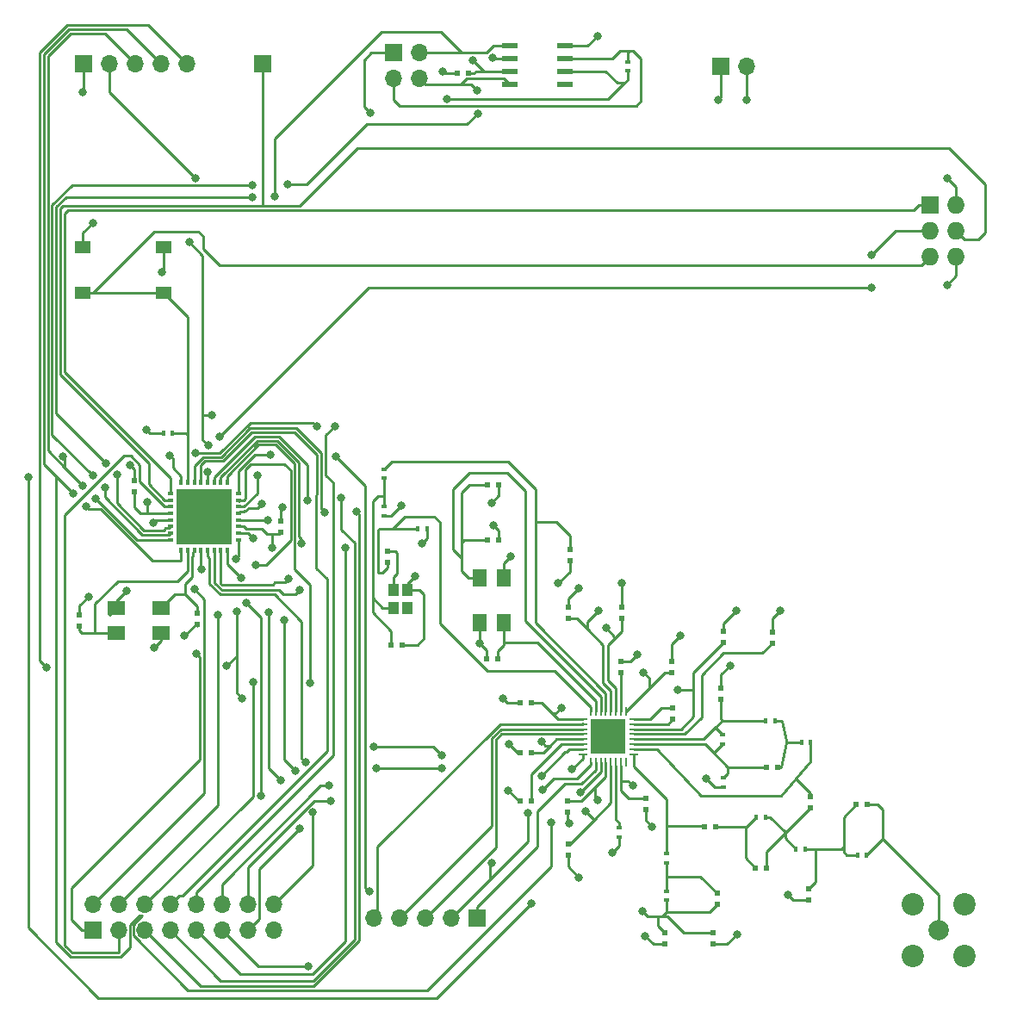
<source format=gtl>
G04 #@! TF.FileFunction,Copper,L1,Top,Signal*
%FSLAX46Y46*%
G04 Gerber Fmt 4.6, Leading zero omitted, Abs format (unit mm)*
G04 Created by KiCad (PCBNEW 4.0.6) date Monday, 03 July 2017 'AMt' 09:42:41*
%MOMM*%
%LPD*%
G01*
G04 APERTURE LIST*
%ADD10C,0.100000*%
%ADD11C,2.200000*%
%ADD12C,2.000000*%
%ADD13R,0.500000X0.600000*%
%ADD14R,0.600000X0.500000*%
%ADD15R,1.727200X1.727200*%
%ADD16O,1.727200X1.727200*%
%ADD17R,1.700000X1.700000*%
%ADD18O,1.700000X1.700000*%
%ADD19R,0.600000X0.400000*%
%ADD20R,0.400000X0.600000*%
%ADD21R,1.365000X1.365000*%
%ADD22R,1.550000X0.600000*%
%ADD23R,0.850000X0.280000*%
%ADD24R,0.280000X0.850000*%
%ADD25C,0.600000*%
%ADD26R,3.450000X3.450000*%
%ADD27R,1.000000X1.150000*%
%ADD28R,1.800860X1.399540*%
%ADD29R,1.399540X1.800860*%
%ADD30R,1.550000X1.300000*%
%ADD31C,0.800000*%
%ADD32C,0.250000*%
G04 APERTURE END LIST*
D10*
D11*
X216970000Y-140120000D03*
X216970000Y-135040000D03*
X222050000Y-135040000D03*
X222050000Y-140120000D03*
D12*
X219510000Y-137580000D03*
D13*
X135020000Y-106595000D03*
X135020000Y-107695000D03*
X146620000Y-107490000D03*
X146620000Y-106390000D03*
D14*
X172150000Y-53320000D03*
X173250000Y-53320000D03*
X165687500Y-109512500D03*
X166787500Y-109512500D03*
X179475000Y-115225000D03*
X178375000Y-115225000D03*
X179450000Y-120150000D03*
X178350000Y-120150000D03*
D13*
X165287500Y-101437500D03*
X165287500Y-100337500D03*
D14*
X179475000Y-124875000D03*
X178375000Y-124875000D03*
X175062500Y-110912500D03*
X176162500Y-110912500D03*
X176237500Y-99187500D03*
X175137500Y-99187500D03*
D13*
X183225000Y-101250000D03*
X183225000Y-100150000D03*
D14*
X176262500Y-93787500D03*
X175162500Y-93787500D03*
D13*
X183050000Y-126000000D03*
X183050000Y-124900000D03*
X183075000Y-105850000D03*
X183075000Y-106950000D03*
X188325000Y-105850000D03*
X188325000Y-106950000D03*
X183075000Y-130175000D03*
X183075000Y-129075000D03*
X188275000Y-111175000D03*
X188275000Y-112275000D03*
X190675000Y-125700000D03*
X190675000Y-124600000D03*
X193250000Y-111150000D03*
X193250000Y-112250000D03*
X193375000Y-116825000D03*
X193375000Y-115725000D03*
X192600000Y-137850000D03*
X192600000Y-138950000D03*
X198300000Y-108225000D03*
X198300000Y-109325000D03*
X203125000Y-109350000D03*
X203125000Y-108250000D03*
D14*
X196475000Y-127400000D03*
X197575000Y-127400000D03*
D13*
X197700000Y-133950000D03*
X197700000Y-135050000D03*
X197325000Y-137850000D03*
X197325000Y-138950000D03*
D14*
X201500000Y-131475000D03*
X202600000Y-131475000D03*
D13*
X198100000Y-113775000D03*
X198100000Y-114875000D03*
D14*
X203650000Y-121550000D03*
X202550000Y-121550000D03*
D13*
X206875000Y-124450000D03*
X206875000Y-125550000D03*
X206700000Y-133525000D03*
X206700000Y-134625000D03*
D14*
X211400000Y-125200000D03*
X212500000Y-125200000D03*
D13*
X140430000Y-93390000D03*
X140430000Y-94490000D03*
X154840000Y-97360000D03*
X154840000Y-98460000D03*
D15*
X218650000Y-66250000D03*
D16*
X221190000Y-66250000D03*
X218650000Y-68790000D03*
X221190000Y-68790000D03*
X218650000Y-71330000D03*
X221190000Y-71330000D03*
D17*
X153075000Y-52350000D03*
X136350000Y-137575000D03*
D18*
X136350000Y-135035000D03*
X138890000Y-137575000D03*
X138890000Y-135035000D03*
X141430000Y-137575000D03*
X141430000Y-135035000D03*
X143970000Y-137575000D03*
X143970000Y-135035000D03*
X146510000Y-137575000D03*
X146510000Y-135035000D03*
X149050000Y-137575000D03*
X149050000Y-135035000D03*
X151590000Y-137575000D03*
X151590000Y-135035000D03*
X154130000Y-137575000D03*
X154130000Y-135035000D03*
D19*
X192775000Y-130925000D03*
X192775000Y-130025000D03*
D20*
X201550000Y-126450000D03*
X202450000Y-126450000D03*
D19*
X198275000Y-118375000D03*
X198275000Y-119275000D03*
D20*
X203375000Y-116950000D03*
X202475000Y-116950000D03*
D19*
X198300000Y-122600000D03*
X198300000Y-123500000D03*
D20*
X205475000Y-129575000D03*
X206375000Y-129575000D03*
X206000000Y-119125000D03*
X206900000Y-119125000D03*
X211500000Y-130175000D03*
X212400000Y-130175000D03*
D17*
X165925000Y-51325000D03*
D18*
X168465000Y-51325000D03*
X165925000Y-53865000D03*
X168465000Y-53865000D03*
D17*
X135400000Y-52350000D03*
D18*
X137940000Y-52350000D03*
X140480000Y-52350000D03*
X143020000Y-52350000D03*
X145560000Y-52350000D03*
D17*
X174150000Y-136350000D03*
D18*
X171610000Y-136350000D03*
X169070000Y-136350000D03*
X166530000Y-136350000D03*
X163990000Y-136350000D03*
D19*
X188930000Y-53090000D03*
X188930000Y-52190000D03*
X164987500Y-96812500D03*
X164987500Y-95912500D03*
D20*
X168312500Y-98112500D03*
X169212500Y-98112500D03*
D19*
X164987500Y-93137500D03*
X164987500Y-92237500D03*
X188075000Y-127525000D03*
X188075000Y-128425000D03*
X192775000Y-133725000D03*
X192775000Y-134625000D03*
D20*
X143280000Y-88700000D03*
X144180000Y-88700000D03*
D19*
X143955000Y-94640000D03*
X143955000Y-95290000D03*
X143955000Y-95940000D03*
X143955000Y-96590000D03*
X143955000Y-97240000D03*
X143955000Y-97890000D03*
X143955000Y-98540000D03*
X143955000Y-99190000D03*
D20*
X145030000Y-100265000D03*
X145680000Y-100265000D03*
X146330000Y-100265000D03*
X146980000Y-100265000D03*
X147630000Y-100265000D03*
X148280000Y-100265000D03*
X148930000Y-100265000D03*
X149580000Y-100265000D03*
D19*
X150655000Y-99190000D03*
X150655000Y-98540000D03*
X150655000Y-97890000D03*
X150655000Y-97240000D03*
X150655000Y-96590000D03*
X150655000Y-95940000D03*
X150655000Y-95290000D03*
X150655000Y-94640000D03*
D20*
X149580000Y-93565000D03*
X148930000Y-93565000D03*
X148280000Y-93565000D03*
X147630000Y-93565000D03*
X146980000Y-93565000D03*
X146330000Y-93565000D03*
X145680000Y-93565000D03*
X145030000Y-93565000D03*
D21*
X149352500Y-98962500D03*
X149352500Y-97597500D03*
X149352500Y-96232500D03*
X149352500Y-94867500D03*
X147987500Y-98962500D03*
X147987500Y-97597500D03*
X147987500Y-96232500D03*
X147987500Y-94867500D03*
X146622500Y-98962500D03*
X146622500Y-97597500D03*
X146622500Y-96232500D03*
X146622500Y-94867500D03*
X145257500Y-98962500D03*
X145257500Y-97597500D03*
X145257500Y-96232500D03*
X145257500Y-94867500D03*
D22*
X177350000Y-50595000D03*
X177350000Y-51865000D03*
X177350000Y-53135000D03*
X177350000Y-54405000D03*
X182750000Y-54405000D03*
X182750000Y-53135000D03*
X182750000Y-51865000D03*
X182750000Y-50595000D03*
D23*
X184525000Y-116800000D03*
X184525000Y-117300000D03*
X184525000Y-117800000D03*
X184525000Y-118300000D03*
X184525000Y-118800000D03*
X184525000Y-119300000D03*
X184525000Y-119800000D03*
X184525000Y-120300000D03*
D24*
X185275000Y-121050000D03*
X185775000Y-121050000D03*
X186275000Y-121050000D03*
X186775000Y-121050000D03*
X187275000Y-121050000D03*
X187775000Y-121050000D03*
X188275000Y-121050000D03*
X188775000Y-121050000D03*
D23*
X189525000Y-120300000D03*
X189525000Y-119800000D03*
X189525000Y-119300000D03*
X189525000Y-118800000D03*
X189525000Y-118300000D03*
X189525000Y-117800000D03*
X189525000Y-117300000D03*
X189525000Y-116800000D03*
D24*
X188775000Y-116050000D03*
X188275000Y-116050000D03*
X187775000Y-116050000D03*
X187275000Y-116050000D03*
X186775000Y-116050000D03*
X186275000Y-116050000D03*
X185775000Y-116050000D03*
X185275000Y-116050000D03*
D25*
X185925000Y-117450000D03*
X185925000Y-118550000D03*
X185925000Y-119650000D03*
X187025000Y-117450000D03*
X187025000Y-118550000D03*
X187025000Y-119650000D03*
X188125000Y-117450000D03*
X188125000Y-118550000D03*
X188125000Y-119650000D03*
D26*
X187025000Y-118550000D03*
D27*
X167287500Y-105862500D03*
X167287500Y-104112500D03*
X165887500Y-104112500D03*
X165887500Y-105862500D03*
D28*
X143024640Y-105926120D03*
X138625360Y-105926120D03*
X138625360Y-108323880D03*
X143024640Y-108323880D03*
D29*
X176761380Y-107337140D03*
X176761380Y-102937860D03*
X174363620Y-102937860D03*
X174363620Y-107337140D03*
D17*
X198070000Y-52630000D03*
D18*
X200610000Y-52630000D03*
D30*
X135335000Y-70390000D03*
X143285000Y-70390000D03*
X135335000Y-74890000D03*
X143285000Y-74890000D03*
D31*
X142255240Y-97505520D03*
X153568400Y-97246440D03*
X154996656Y-95994288D03*
X220330000Y-74120000D03*
X135340000Y-55150000D03*
X177230000Y-119240000D03*
X145340000Y-108630000D03*
X135900000Y-104780000D03*
X139640000Y-104220000D03*
X142350000Y-109800000D03*
X139990000Y-91860000D03*
X143160000Y-72870000D03*
X136320000Y-68030000D03*
X183180000Y-127060000D03*
X177200000Y-123830000D03*
X176670000Y-114800000D03*
X189890000Y-110470000D03*
X175520000Y-95550000D03*
X175740000Y-97790000D03*
X177440000Y-100820000D03*
X168050000Y-102760000D03*
X168710000Y-99540000D03*
X175650000Y-51840000D03*
X170750000Y-53120000D03*
X185930000Y-49640000D03*
X200610000Y-55960000D03*
X204660000Y-134060000D03*
X199670000Y-137950000D03*
X190660000Y-138140000D03*
X191340000Y-127410000D03*
X196630000Y-122640000D03*
X187370000Y-129970000D03*
X184120000Y-132380000D03*
X182110000Y-103430000D03*
X184070000Y-103990000D03*
X188320000Y-103430000D03*
X198990000Y-111540000D03*
X194070000Y-108630000D03*
X199600000Y-106120000D03*
X203910000Y-106170000D03*
X174412500Y-109387500D03*
X152978721Y-95616366D03*
X220360000Y-63680000D03*
X141710000Y-95510000D03*
X141630000Y-88350000D03*
X190360000Y-135680000D03*
X180440000Y-119020000D03*
X184800000Y-125900000D03*
X186000000Y-124750000D03*
X189430000Y-123380000D03*
X182390000Y-115730000D03*
X186810000Y-107880000D03*
X193850000Y-113970000D03*
X190500000Y-112210000D03*
X186070000Y-106150000D03*
X166660000Y-95810000D03*
X153980000Y-100000000D03*
X173700000Y-52080000D03*
X197820000Y-55940000D03*
X212872320Y-74391520D03*
X212880000Y-71150000D03*
X148820000Y-89030000D03*
X147000000Y-102070000D03*
X146520000Y-110390000D03*
X150400000Y-101090000D03*
X152144730Y-99075240D03*
X146369588Y-104077601D03*
X152510490Y-92845889D03*
X148638318Y-106594474D03*
X159152789Y-96484734D03*
X162245511Y-96416804D03*
X157701148Y-113228345D03*
X152064996Y-113159611D03*
X157473841Y-95300054D03*
X160780726Y-95029111D03*
X161159310Y-99980335D03*
X156880000Y-99590000D03*
X143889241Y-90884508D03*
X160136603Y-88023411D03*
X158360125Y-88063785D03*
X146470000Y-90630000D03*
X163504878Y-133786880D03*
X153804146Y-90814859D03*
X160257727Y-90970751D03*
X157560000Y-141110000D03*
X157266457Y-121096627D03*
X159550000Y-123380000D03*
X152400000Y-101660959D03*
X151390000Y-105391385D03*
X152840000Y-124340000D03*
X156700000Y-127560000D03*
X159707580Y-124899420D03*
X155127962Y-107083859D03*
X156659580Y-104150158D03*
X156220000Y-121870000D03*
X153627882Y-106287892D03*
X155539440Y-103052880D03*
X157970000Y-125990000D03*
X154850000Y-122840000D03*
X163600000Y-57180000D03*
X171180000Y-55840000D03*
X154250000Y-65410000D03*
X152030000Y-65480000D03*
X137660000Y-91710000D03*
X138710000Y-92760000D03*
X174155100Y-55046880D03*
X174180000Y-57270000D03*
X155460000Y-64270000D03*
X152000000Y-64340000D03*
X136320000Y-92840000D03*
X137520000Y-94060000D03*
X163941582Y-119545023D03*
X148030000Y-86930000D03*
X170610000Y-120340000D03*
X183430000Y-121770000D03*
X145846421Y-69935165D03*
X147655239Y-92483652D03*
X147680000Y-89930000D03*
X146430000Y-63660000D03*
X133390000Y-90970000D03*
X129980000Y-93040000D03*
X179430000Y-134950000D03*
X175520000Y-130980000D03*
X136610000Y-95110000D03*
X135330000Y-93840000D03*
X179140000Y-126010000D03*
X180560000Y-123760000D03*
X180450000Y-122380000D03*
X181400000Y-126970000D03*
X135640000Y-95870000D03*
X134390000Y-94640000D03*
X150906480Y-102900482D03*
X151033993Y-114809217D03*
X149510000Y-111600000D03*
X131810000Y-111720000D03*
X184240000Y-123990000D03*
X170610000Y-121650000D03*
X164220000Y-121650000D03*
X150460886Y-106209778D03*
D32*
X142520760Y-97240000D02*
X142255240Y-97505520D01*
X143955000Y-97240000D02*
X142520760Y-97240000D01*
X153561960Y-97240000D02*
X153568400Y-97246440D01*
X150655000Y-97240000D02*
X153561960Y-97240000D01*
X154840000Y-97360000D02*
X154840000Y-96150944D01*
X154840000Y-96150944D02*
X154996656Y-95994288D01*
X221190000Y-71330000D02*
X221190000Y-73260000D01*
X221190000Y-73260000D02*
X220330000Y-74120000D01*
X135400000Y-52350000D02*
X135400000Y-55090000D01*
X135400000Y-55090000D02*
X135340000Y-55150000D01*
X178350000Y-120150000D02*
X178140000Y-120150000D01*
X178140000Y-120150000D02*
X177230000Y-119240000D01*
X146620000Y-107490000D02*
X146480000Y-107490000D01*
X146480000Y-107490000D02*
X145340000Y-108630000D01*
X135020000Y-106595000D02*
X135020000Y-105660000D01*
X135020000Y-105660000D02*
X135900000Y-104780000D01*
X138625360Y-105926120D02*
X138625360Y-105234640D01*
X138625360Y-105234640D02*
X139640000Y-104220000D01*
X143024640Y-108323880D02*
X143024640Y-109125360D01*
X143024640Y-109125360D02*
X142350000Y-109800000D01*
X140430000Y-93390000D02*
X140430000Y-92300000D01*
X140430000Y-92300000D02*
X139990000Y-91860000D01*
X143285000Y-70390000D02*
X143285000Y-72745000D01*
X143285000Y-72745000D02*
X143160000Y-72870000D01*
X135335000Y-70390000D02*
X135335000Y-69015000D01*
X135335000Y-69015000D02*
X136320000Y-68030000D01*
X183050000Y-126000000D02*
X183050000Y-126930000D01*
X183050000Y-126930000D02*
X183180000Y-127060000D01*
X178375000Y-124875000D02*
X178245000Y-124875000D01*
X178245000Y-124875000D02*
X177200000Y-123830000D01*
X178375000Y-115225000D02*
X177095000Y-115225000D01*
X177095000Y-115225000D02*
X176670000Y-114800000D01*
X188275000Y-111175000D02*
X189185000Y-111175000D01*
X189185000Y-111175000D02*
X189890000Y-110470000D01*
X176262500Y-93787500D02*
X176262500Y-94807500D01*
X176262500Y-94807500D02*
X175520000Y-95550000D01*
X176237500Y-99187500D02*
X176237500Y-98287500D01*
X176237500Y-98287500D02*
X175740000Y-97790000D01*
X176761380Y-102937860D02*
X176761380Y-101498620D01*
X176761380Y-101498620D02*
X177440000Y-100820000D01*
X167287500Y-104112500D02*
X167287500Y-103522500D01*
X167287500Y-103522500D02*
X168050000Y-102760000D01*
X169212500Y-98112500D02*
X169212500Y-99037500D01*
X169212500Y-99037500D02*
X168710000Y-99540000D01*
X177350000Y-51865000D02*
X175675000Y-51865000D01*
X175675000Y-51865000D02*
X175650000Y-51840000D01*
X172150000Y-53320000D02*
X170950000Y-53320000D01*
X170950000Y-53320000D02*
X170750000Y-53120000D01*
X182750000Y-50595000D02*
X184975000Y-50595000D01*
X184975000Y-50595000D02*
X185930000Y-49640000D01*
X200610000Y-52630000D02*
X200610000Y-55960000D01*
X205225000Y-134625000D02*
X204660000Y-134060000D01*
X206700000Y-134625000D02*
X205225000Y-134625000D01*
X197325000Y-138950000D02*
X198670000Y-138950000D01*
X198670000Y-138950000D02*
X199670000Y-137950000D01*
X192600000Y-138950000D02*
X191470000Y-138950000D01*
X191470000Y-138950000D02*
X190660000Y-138140000D01*
X190675000Y-125700000D02*
X190675000Y-126745000D01*
X190675000Y-126745000D02*
X191340000Y-127410000D01*
X198300000Y-123500000D02*
X197490000Y-123500000D01*
X197490000Y-123500000D02*
X196630000Y-122640000D01*
X188075000Y-128425000D02*
X188075000Y-129265000D01*
X188075000Y-129265000D02*
X187370000Y-129970000D01*
X183075000Y-130175000D02*
X183075000Y-131335000D01*
X183075000Y-131335000D02*
X184120000Y-132380000D01*
X183225000Y-101250000D02*
X183225000Y-102315000D01*
X183225000Y-102315000D02*
X182110000Y-103430000D01*
X183075000Y-105850000D02*
X183075000Y-104985000D01*
X183075000Y-104985000D02*
X184070000Y-103990000D01*
X188325000Y-105850000D02*
X188325000Y-103435000D01*
X188325000Y-103435000D02*
X188320000Y-103430000D01*
X198100000Y-113775000D02*
X198100000Y-112430000D01*
X198100000Y-112430000D02*
X198990000Y-111540000D01*
X193250000Y-111150000D02*
X193250000Y-109450000D01*
X193250000Y-109450000D02*
X194070000Y-108630000D01*
X198300000Y-108225000D02*
X198300000Y-107420000D01*
X198300000Y-107420000D02*
X199600000Y-106120000D01*
X203125000Y-108250000D02*
X203125000Y-106955000D01*
X203125000Y-106955000D02*
X203910000Y-106170000D01*
X146620000Y-107490000D02*
X146620000Y-107715000D01*
X168437500Y-104112500D02*
X168887500Y-104562500D01*
X167287500Y-104112500D02*
X168437500Y-104112500D01*
X168262500Y-109512500D02*
X166787500Y-109512500D01*
X168887500Y-108887500D02*
X168262500Y-109512500D01*
X168887500Y-104562500D02*
X168887500Y-108887500D01*
X174412500Y-107386020D02*
X174412500Y-109387500D01*
X175062500Y-110037500D02*
X174412500Y-109387500D01*
X175062500Y-110037500D02*
X175062500Y-110912500D01*
X174412500Y-107386020D02*
X174363620Y-107337140D01*
X137976480Y-106575000D02*
X138625360Y-105926120D01*
X176347500Y-93872500D02*
X176262500Y-93787500D01*
X176322500Y-99187500D02*
X176237500Y-99187500D01*
X136560000Y-108323880D02*
X136560000Y-105510000D01*
X145680000Y-102260000D02*
X145680000Y-100265000D01*
X144670000Y-103270000D02*
X145680000Y-102260000D01*
X138800000Y-103270000D02*
X144670000Y-103270000D01*
X136560000Y-105510000D02*
X138800000Y-103270000D01*
X136560000Y-108323880D02*
X138625360Y-108323880D01*
X135273880Y-108323880D02*
X136560000Y-108323880D01*
X135020000Y-107695000D02*
X135020000Y-108070000D01*
X135020000Y-108070000D02*
X135273880Y-108323880D01*
X145400000Y-104545000D02*
X145400000Y-103550000D01*
X146110960Y-100829042D02*
X146155001Y-100785001D01*
X145400000Y-103550000D02*
X146110960Y-102839040D01*
X146110960Y-102839040D02*
X146110960Y-100829042D01*
X146155001Y-100785001D02*
X146155001Y-100439999D01*
X146155001Y-100439999D02*
X146330000Y-100265000D01*
X146620000Y-106390000D02*
X146642919Y-106367081D01*
X146642919Y-106367081D02*
X146642919Y-105767919D01*
X145420000Y-104545000D02*
X145400000Y-104545000D01*
X145400000Y-104545000D02*
X144405760Y-104545000D01*
X146642919Y-105767919D02*
X145420000Y-104545000D01*
X144405760Y-104545000D02*
X143024640Y-105926120D01*
X150655000Y-97890000D02*
X151205000Y-97890000D01*
X151205000Y-97890000D02*
X151445360Y-98130360D01*
X151445360Y-98130360D02*
X152953720Y-98130360D01*
X152953720Y-98130360D02*
X153473360Y-98650000D01*
X153473360Y-98650000D02*
X153980000Y-98650000D01*
X150655000Y-96590000D02*
X150829999Y-96415001D01*
X150829999Y-96415001D02*
X151175001Y-96415001D01*
X152678722Y-95916365D02*
X152978721Y-95616366D01*
X151175001Y-96415001D02*
X151230001Y-96360001D01*
X151665498Y-96045200D02*
X152549887Y-96045200D01*
X151230001Y-96360001D02*
X151230001Y-96340010D01*
X151230001Y-96340010D02*
X151370689Y-96340010D01*
X151370689Y-96340010D02*
X151665498Y-96045200D01*
X152549887Y-96045200D02*
X152678722Y-95916365D01*
X221190000Y-66250000D02*
X221190000Y-64510000D01*
X221190000Y-64510000D02*
X220360000Y-63680000D01*
X141730000Y-96590000D02*
X141730000Y-95530000D01*
X141730000Y-95530000D02*
X141710000Y-95510000D01*
X143280000Y-88700000D02*
X141980000Y-88700000D01*
X141980000Y-88700000D02*
X141630000Y-88350000D01*
X191900000Y-136225000D02*
X190905000Y-136225000D01*
X190905000Y-136225000D02*
X190360000Y-135680000D01*
X181330000Y-119420000D02*
X180840000Y-119420000D01*
X180840000Y-119420000D02*
X180440000Y-119020000D01*
X185610000Y-126740000D02*
X185610000Y-126710000D01*
X185610000Y-126710000D02*
X184800000Y-125900000D01*
X185705000Y-123545000D02*
X185705000Y-124455000D01*
X185705000Y-124455000D02*
X186000000Y-124750000D01*
X188275000Y-122880000D02*
X188930000Y-122880000D01*
X188930000Y-122880000D02*
X189430000Y-123380000D01*
X181520000Y-116270000D02*
X181850000Y-116270000D01*
X181850000Y-116270000D02*
X182390000Y-115730000D01*
X187615000Y-108935000D02*
X187615000Y-108685000D01*
X187615000Y-108685000D02*
X186810000Y-107880000D01*
X195400000Y-113970000D02*
X193850000Y-113970000D01*
X191027500Y-113797500D02*
X191027500Y-112737500D01*
X191027500Y-112737500D02*
X190500000Y-112210000D01*
X184935000Y-107935000D02*
X184935000Y-107285000D01*
X184935000Y-107285000D02*
X186070000Y-106150000D01*
X164987500Y-96812500D02*
X165657500Y-96812500D01*
X165657500Y-96812500D02*
X166660000Y-95810000D01*
X153980000Y-98650000D02*
X153980000Y-100000000D01*
X153980000Y-98650000D02*
X154675294Y-98650000D01*
X154675294Y-98650000D02*
X154865294Y-98460000D01*
X154865294Y-98460000D02*
X154840000Y-98460000D01*
X174910000Y-53135000D02*
X174755000Y-53135000D01*
X174755000Y-53135000D02*
X173700000Y-52080000D01*
X198070000Y-52630000D02*
X198070000Y-55690000D01*
X198070000Y-55690000D02*
X197820000Y-55940000D01*
X173250000Y-53320000D02*
X173810000Y-53320000D01*
X173995000Y-53135000D02*
X174910000Y-53135000D01*
X174910000Y-53135000D02*
X177350000Y-53135000D01*
X173810000Y-53320000D02*
X173995000Y-53135000D01*
X140430000Y-94490000D02*
X140430000Y-95965000D01*
X140430000Y-95965000D02*
X141055000Y-96590000D01*
X143955000Y-96590000D02*
X141730000Y-96590000D01*
X141730000Y-96590000D02*
X141055000Y-96590000D01*
X176875000Y-53135000D02*
X177350000Y-53135000D01*
X189525000Y-117800000D02*
X194175000Y-117800000D01*
X195400000Y-112225000D02*
X198300000Y-109325000D01*
X195400000Y-116575000D02*
X195400000Y-113970000D01*
X195400000Y-113970000D02*
X195400000Y-112225000D01*
X194175000Y-117800000D02*
X195400000Y-116575000D01*
X197325000Y-137850000D02*
X194475000Y-137850000D01*
X192850000Y-136225000D02*
X192350000Y-136225000D01*
X194475000Y-137850000D02*
X192850000Y-136225000D01*
X191900000Y-136225000D02*
X191900000Y-137150000D01*
X191900000Y-137150000D02*
X192600000Y-137850000D01*
X192775000Y-135800000D02*
X196950000Y-135800000D01*
X196950000Y-135800000D02*
X197700000Y-135050000D01*
X192775000Y-134625000D02*
X192775000Y-135800000D01*
X192350000Y-136225000D02*
X191900000Y-136225000D01*
X192775000Y-135800000D02*
X192350000Y-136225000D01*
X186775000Y-121050000D02*
X186775000Y-122475000D01*
X184350000Y-124900000D02*
X185705000Y-123545000D01*
X185705000Y-123545000D02*
X186775000Y-122475000D01*
X190675000Y-124600000D02*
X189050000Y-124600000D01*
X189050000Y-124600000D02*
X188275000Y-123825000D01*
X188275000Y-121400000D02*
X188275000Y-122880000D01*
X188275000Y-122880000D02*
X188275000Y-123825000D01*
X183075000Y-106950000D02*
X183950000Y-106950000D01*
X188325000Y-108225000D02*
X187615000Y-108935000D01*
X187615000Y-108935000D02*
X187000000Y-109550000D01*
X183075000Y-129075000D02*
X183275000Y-129075000D01*
X183275000Y-129075000D02*
X185610000Y-126740000D01*
X185610000Y-126740000D02*
X187275000Y-125075000D01*
X187275000Y-125075000D02*
X187275000Y-121400000D01*
X183050000Y-124900000D02*
X184350000Y-124900000D01*
X179475000Y-115225000D02*
X180475000Y-115225000D01*
X180475000Y-115225000D02*
X181520000Y-116270000D01*
X181520000Y-116270000D02*
X182050000Y-116800000D01*
X179450000Y-120150000D02*
X180600000Y-120150000D01*
X180600000Y-120150000D02*
X181330000Y-119420000D01*
X181330000Y-119420000D02*
X181950000Y-118800000D01*
X184525000Y-116800000D02*
X182050000Y-116800000D01*
X181950000Y-118800000D02*
X184525000Y-118800000D01*
X183950000Y-106950000D02*
X184935000Y-107935000D01*
X184935000Y-107935000D02*
X186500000Y-109500000D01*
X187275000Y-114050000D02*
X187275000Y-116050000D01*
X186500000Y-109500000D02*
X186500000Y-113275000D01*
X186500000Y-113275000D02*
X187275000Y-114050000D01*
X188325000Y-106950000D02*
X188325000Y-108225000D01*
X187775000Y-113800000D02*
X187775000Y-116050000D01*
X187000000Y-113025000D02*
X187775000Y-113800000D01*
X187000000Y-109550000D02*
X187000000Y-113025000D01*
X193250000Y-112250000D02*
X192575000Y-112250000D01*
X192575000Y-112250000D02*
X191027500Y-113797500D01*
X191027500Y-113797500D02*
X188775000Y-116050000D01*
X165687500Y-109512500D02*
X165687500Y-108162500D01*
X163837500Y-106312500D02*
X163837500Y-104862500D01*
X165687500Y-108162500D02*
X163837500Y-106312500D01*
X165887500Y-105862500D02*
X164837500Y-105862500D01*
X164412500Y-94862500D02*
X164987500Y-94862500D01*
X163837500Y-95437500D02*
X164412500Y-94862500D01*
X163837500Y-104862500D02*
X163837500Y-95437500D01*
X164837500Y-105862500D02*
X163837500Y-104862500D01*
X164987500Y-95912500D02*
X164987500Y-94862500D01*
X164987500Y-94862500D02*
X164987500Y-93137500D01*
X185275000Y-116050000D02*
X185275000Y-115600000D01*
X167000000Y-96900000D02*
X165787500Y-98112500D01*
X169925000Y-96900000D02*
X167000000Y-96900000D01*
X170475000Y-97450000D02*
X169925000Y-96900000D01*
X170475000Y-107400000D02*
X170475000Y-97450000D01*
X175125000Y-112050000D02*
X170475000Y-107400000D01*
X181725000Y-112050000D02*
X175125000Y-112050000D01*
X185275000Y-115600000D02*
X181725000Y-112050000D01*
X165287500Y-101437500D02*
X165287500Y-101962500D01*
X164537500Y-98112500D02*
X165787500Y-98112500D01*
X165787500Y-98112500D02*
X168312500Y-98112500D01*
X164412500Y-98237500D02*
X164537500Y-98112500D01*
X164412500Y-102462500D02*
X164412500Y-98237500D01*
X164787500Y-102462500D02*
X164412500Y-102462500D01*
X165287500Y-101962500D02*
X164787500Y-102462500D01*
X165887500Y-104112500D02*
X165887500Y-102887500D01*
X166062500Y-100337500D02*
X165287500Y-100337500D01*
X166237500Y-100512500D02*
X166062500Y-100337500D01*
X166237500Y-102537500D02*
X166237500Y-100512500D01*
X165887500Y-102887500D02*
X166237500Y-102537500D01*
X179475000Y-124875000D02*
X179475000Y-122250000D01*
X182425000Y-119300000D02*
X184525000Y-119300000D01*
X179475000Y-122250000D02*
X182425000Y-119300000D01*
X185775000Y-116050000D02*
X185775000Y-115050000D01*
X180050000Y-109325000D02*
X176761380Y-109325000D01*
X185775000Y-115050000D02*
X180050000Y-109325000D01*
X176162500Y-110912500D02*
X176162500Y-110162500D01*
X176761380Y-109563620D02*
X176761380Y-109325000D01*
X176761380Y-109325000D02*
X176761380Y-107337140D01*
X176162500Y-110162500D02*
X176761380Y-109563620D01*
X186275000Y-116050000D02*
X186275000Y-114625000D01*
X171775000Y-100125000D02*
X172612500Y-100962500D01*
X171775000Y-94200000D02*
X171775000Y-100125000D01*
X173375000Y-92600000D02*
X171775000Y-94200000D01*
X177050000Y-92600000D02*
X173375000Y-92600000D01*
X178825000Y-94375000D02*
X177050000Y-92600000D01*
X178825000Y-107175000D02*
X178825000Y-94375000D01*
X186275000Y-114625000D02*
X178825000Y-107175000D01*
X175137500Y-99187500D02*
X172887500Y-99187500D01*
X172887500Y-99187500D02*
X172612500Y-99462500D01*
X174363620Y-102937860D02*
X173287860Y-102937860D01*
X173362500Y-93787500D02*
X175162500Y-93787500D01*
X172612500Y-94537500D02*
X173362500Y-93787500D01*
X172612500Y-102262500D02*
X172612500Y-100962500D01*
X172612500Y-100962500D02*
X172612500Y-99462500D01*
X172612500Y-99462500D02*
X172612500Y-94537500D01*
X173287860Y-102937860D02*
X172612500Y-102262500D01*
X179875000Y-97400000D02*
X181875000Y-97400000D01*
X183225000Y-98750000D02*
X183225000Y-100150000D01*
X181875000Y-97400000D02*
X183225000Y-98750000D01*
X186775000Y-116050000D02*
X186775000Y-114250000D01*
X165750000Y-91475000D02*
X164987500Y-92237500D01*
X177175000Y-91475000D02*
X165750000Y-91475000D01*
X179875000Y-94175000D02*
X177175000Y-91475000D01*
X179875000Y-107350000D02*
X179875000Y-97400000D01*
X179875000Y-97400000D02*
X179875000Y-94175000D01*
X186775000Y-114250000D02*
X179875000Y-107350000D01*
X188275000Y-112275000D02*
X188275000Y-116050000D01*
X189525000Y-117300000D02*
X192900000Y-117300000D01*
X192900000Y-117300000D02*
X193375000Y-116825000D01*
X193275000Y-116925000D02*
X193375000Y-116825000D01*
X189525000Y-116800000D02*
X191150000Y-116800000D01*
X192225000Y-115725000D02*
X193375000Y-115725000D01*
X191150000Y-116800000D02*
X192225000Y-115725000D01*
X189525000Y-118300000D02*
X194550000Y-118300000D01*
X202175000Y-110300000D02*
X203125000Y-109350000D01*
X198375000Y-110300000D02*
X202175000Y-110300000D01*
X196200000Y-112475000D02*
X198375000Y-110300000D01*
X196200000Y-116650000D02*
X196200000Y-112475000D01*
X194550000Y-118300000D02*
X196200000Y-116650000D01*
X192775000Y-127350000D02*
X196425000Y-127350000D01*
X196425000Y-127350000D02*
X196475000Y-127400000D01*
X189525000Y-120300000D02*
X189525000Y-121450000D01*
X192775000Y-124700000D02*
X192775000Y-127350000D01*
X192775000Y-127350000D02*
X192775000Y-130025000D01*
X189525000Y-121450000D02*
X192775000Y-124700000D01*
X200500000Y-127400000D02*
X200500000Y-130475000D01*
X200500000Y-130475000D02*
X201500000Y-131475000D01*
X197575000Y-127400000D02*
X200500000Y-127400000D01*
X200500000Y-127400000D02*
X200600000Y-127400000D01*
X200600000Y-127400000D02*
X201550000Y-126450000D01*
X192775000Y-132325000D02*
X196075000Y-132325000D01*
X196075000Y-132325000D02*
X197700000Y-133950000D01*
X192775000Y-130925000D02*
X192775000Y-132325000D01*
X192775000Y-132325000D02*
X192775000Y-133725000D01*
X204400000Y-127950000D02*
X204400000Y-128500000D01*
X204400000Y-128500000D02*
X205475000Y-129575000D01*
X202450000Y-126450000D02*
X202900000Y-126450000D01*
X202900000Y-126450000D02*
X204400000Y-127950000D01*
X204400000Y-127950000D02*
X204437500Y-127987500D01*
X202600000Y-131475000D02*
X202600000Y-129825000D01*
X202600000Y-129825000D02*
X204437500Y-127987500D01*
X204437500Y-127987500D02*
X206875000Y-125550000D01*
X198100000Y-114875000D02*
X198100000Y-116800000D01*
X198100000Y-116800000D02*
X198250000Y-116950000D01*
X197575000Y-117625000D02*
X197575000Y-117675000D01*
X197575000Y-117675000D02*
X198275000Y-118375000D01*
X189525000Y-118800000D02*
X196400000Y-118800000D01*
X198250000Y-116950000D02*
X202475000Y-116950000D01*
X196400000Y-118800000D02*
X197575000Y-117625000D01*
X197575000Y-117625000D02*
X198250000Y-116950000D01*
X204525000Y-119100000D02*
X205975000Y-119100000D01*
X205975000Y-119100000D02*
X206000000Y-119125000D01*
X203650000Y-121550000D02*
X204000000Y-121550000D01*
X204050000Y-116950000D02*
X203375000Y-116950000D01*
X204525000Y-118950000D02*
X204050000Y-116950000D01*
X204525000Y-119100000D02*
X204525000Y-118950000D01*
X204000000Y-121550000D02*
X204525000Y-119100000D01*
X198775000Y-121550000D02*
X198775000Y-122125000D01*
X198775000Y-122125000D02*
X198300000Y-122600000D01*
X198275000Y-119275000D02*
X198250000Y-119275000D01*
X198250000Y-119275000D02*
X197375000Y-120150000D01*
X189525000Y-119300000D02*
X196525000Y-119300000D01*
X198775000Y-121550000D02*
X202550000Y-121550000D01*
X196525000Y-119300000D02*
X197375000Y-120150000D01*
X197375000Y-120150000D02*
X198775000Y-121550000D01*
X206875000Y-124450000D02*
X206875000Y-124125000D01*
X206875000Y-124125000D02*
X205444223Y-122694223D01*
X206900000Y-119125000D02*
X206900000Y-121000000D01*
X191825000Y-119800000D02*
X189525000Y-119800000D01*
X196125000Y-124375000D02*
X191825000Y-119800000D01*
X204000000Y-124375000D02*
X196125000Y-124375000D01*
X206900000Y-121000000D02*
X205444223Y-122694223D01*
X205444223Y-122694223D02*
X204000000Y-124375000D01*
X207400000Y-129575000D02*
X207400000Y-132825000D01*
X207400000Y-132825000D02*
X206700000Y-133525000D01*
X206375000Y-129575000D02*
X207400000Y-129575000D01*
X207400000Y-129575000D02*
X209925000Y-129575000D01*
X209925000Y-129575000D02*
X210150000Y-129350000D01*
X211500000Y-130175000D02*
X210475000Y-130175000D01*
X210150000Y-126450000D02*
X211400000Y-125200000D01*
X210150000Y-129850000D02*
X210150000Y-129350000D01*
X210150000Y-129350000D02*
X210150000Y-126450000D01*
X210475000Y-130175000D02*
X210150000Y-129850000D01*
X211315000Y-130175000D02*
X211500000Y-130175000D01*
X211400000Y-130275000D02*
X211500000Y-130175000D01*
X219510000Y-137580000D02*
X219510000Y-134085000D01*
X219510000Y-134085000D02*
X214000000Y-128575000D01*
X212500000Y-125200000D02*
X213450000Y-125200000D01*
X214000000Y-128575000D02*
X212400000Y-130175000D01*
X214000000Y-125750000D02*
X214000000Y-128575000D01*
X213450000Y-125200000D02*
X214000000Y-125750000D01*
X212400000Y-125100000D02*
X212500000Y-125200000D01*
X133881912Y-66751188D02*
X217035212Y-66751188D01*
X143955000Y-94640000D02*
X143955000Y-93087286D01*
X217035212Y-66751188D02*
X217536400Y-66250000D01*
X217536400Y-66250000D02*
X218650000Y-66250000D01*
X133533055Y-67100045D02*
X133881912Y-66751188D01*
X143955000Y-93087286D02*
X133533055Y-82665341D01*
X133533055Y-82665341D02*
X133533055Y-67100045D01*
X143955000Y-94640000D02*
X143855001Y-94640000D01*
X163458480Y-74391520D02*
X212872320Y-74391520D01*
X148820000Y-89030000D02*
X163458480Y-74391520D01*
X212880000Y-71150000D02*
X215240000Y-68790000D01*
X215240000Y-68790000D02*
X218650000Y-68790000D01*
X146980000Y-100265000D02*
X146980000Y-102050000D01*
X146980000Y-102050000D02*
X147000000Y-102070000D01*
X143405000Y-95290000D02*
X143955000Y-95290000D01*
X153010000Y-66351177D02*
X133416549Y-66351177D01*
X133416549Y-66351177D02*
X133133044Y-66634682D01*
X133133044Y-66634682D02*
X133133044Y-82942850D01*
X141850000Y-91659806D02*
X141850000Y-93735000D01*
X141850000Y-93735000D02*
X143405000Y-95290000D01*
X133133044Y-82942850D02*
X141850000Y-91659806D01*
X156693823Y-66351177D02*
X153010000Y-66351177D01*
X153075000Y-66286177D02*
X153010000Y-66351177D01*
X153075000Y-52350000D02*
X153075000Y-66286177D01*
X162340000Y-60705000D02*
X156693823Y-66351177D01*
X224100000Y-68947198D02*
X224100000Y-64250000D01*
X220555000Y-60705000D02*
X224100000Y-64250000D01*
X162340000Y-60705000D02*
X220555000Y-60705000D01*
X223393599Y-69653599D02*
X224100000Y-68947198D01*
X221190000Y-68790000D02*
X222053599Y-69653599D01*
X222053599Y-69653599D02*
X223393599Y-69653599D01*
X143285000Y-74890000D02*
X135335000Y-74890000D01*
X135335000Y-74890000D02*
X136360000Y-74890000D01*
X217786401Y-72193599D02*
X218650000Y-71330000D01*
X148811863Y-72193599D02*
X217786401Y-72193599D01*
X147180620Y-70562356D02*
X148811863Y-72193599D01*
X147180620Y-69363934D02*
X147180620Y-70562356D01*
X146707115Y-68890429D02*
X147180620Y-69363934D01*
X142359571Y-68890429D02*
X146707115Y-68890429D01*
X136360000Y-74890000D02*
X142359571Y-68890429D01*
X144180000Y-88700000D02*
X145520000Y-88700000D01*
X145520000Y-88700000D02*
X145680000Y-88860000D01*
X145680000Y-93565000D02*
X145680000Y-88860000D01*
X145680000Y-88860000D02*
X145680000Y-77285000D01*
X145680000Y-77285000D02*
X143285000Y-74890000D01*
X134230000Y-133430000D02*
X134230000Y-136555000D01*
X134230000Y-136555000D02*
X135250000Y-137575000D01*
X135250000Y-137575000D02*
X136350000Y-137575000D01*
X146520000Y-110390000D02*
X146879990Y-110749990D01*
X146879990Y-110749990D02*
X146879990Y-120780010D01*
X146879990Y-120780010D02*
X134230000Y-133430000D01*
X150655000Y-99190000D02*
X150655000Y-100835000D01*
X150655000Y-100835000D02*
X150400000Y-101090000D01*
X151609490Y-98540000D02*
X152144730Y-99075240D01*
X150655000Y-98540000D02*
X151609490Y-98540000D01*
X147307667Y-105015680D02*
X146369588Y-104077601D01*
X147307667Y-124077333D02*
X147307667Y-105015680D01*
X136350000Y-135035000D02*
X147307667Y-124077333D01*
X143955000Y-95940000D02*
X143405000Y-95940000D01*
X143405000Y-95940000D02*
X140955002Y-93490002D01*
X133590000Y-96778998D02*
X133590000Y-139060000D01*
X138890000Y-139805652D02*
X138890000Y-137575000D01*
X140955002Y-93490002D02*
X140954999Y-91844999D01*
X140954999Y-91844999D02*
X140049999Y-90939999D01*
X140049999Y-90939999D02*
X139428999Y-90939999D01*
X139428999Y-90939999D02*
X133590000Y-96778998D01*
X133590000Y-139060000D02*
X134335652Y-139805652D01*
X134335652Y-139805652D02*
X138890000Y-139805652D01*
X152510490Y-93270153D02*
X152510490Y-92845889D01*
X151205000Y-95940000D02*
X152510490Y-94634510D01*
X150655000Y-95940000D02*
X151205000Y-95940000D01*
X152510490Y-94634510D02*
X152510490Y-93270153D01*
X138890000Y-135035000D02*
X148638318Y-125286682D01*
X148638318Y-125286682D02*
X148638318Y-106594474D01*
X158852790Y-96184735D02*
X159152789Y-96484734D01*
X158797873Y-96129818D02*
X158852790Y-96184735D01*
X156360834Y-88239755D02*
X158797873Y-90676794D01*
X151800016Y-88239755D02*
X156360834Y-88239755D01*
X147215791Y-91041355D02*
X148998416Y-91041355D01*
X146330000Y-91927146D02*
X147215791Y-91041355D01*
X158797873Y-90676794D02*
X158797873Y-96129818D01*
X148998416Y-91041355D02*
X151800016Y-88239755D01*
X146330000Y-93565000D02*
X146330000Y-91927146D01*
X162545510Y-96716803D02*
X162245511Y-96416804D01*
X162545510Y-138584490D02*
X162545510Y-96716803D01*
X158040000Y-143090000D02*
X162545510Y-138584490D01*
X146945000Y-143090000D02*
X158040000Y-143090000D01*
X141430000Y-137575000D02*
X146945000Y-143090000D01*
X152654808Y-89839799D02*
X154327860Y-89839799D01*
X154327860Y-89839799D02*
X156202973Y-91714912D01*
X156202973Y-91714912D02*
X156202973Y-102107471D01*
X157701148Y-112662660D02*
X157701148Y-113228345D01*
X156202973Y-102107471D02*
X157701148Y-103605646D01*
X149580000Y-92914607D02*
X152654808Y-89839799D01*
X157701148Y-103605646D02*
X157701148Y-112662660D01*
X149580000Y-93565000D02*
X149580000Y-92914607D01*
X141430000Y-135035000D02*
X152064996Y-124400004D01*
X152064996Y-124400004D02*
X152064996Y-113159611D01*
X157473841Y-94875790D02*
X157473841Y-95300054D01*
X154659238Y-89039777D02*
X157473841Y-91854380D01*
X152255223Y-89039777D02*
X154659238Y-89039777D01*
X148280000Y-93015000D02*
X152255223Y-89039777D01*
X148280000Y-93565000D02*
X148280000Y-93015000D01*
X157473841Y-91854380D02*
X157473841Y-94875790D01*
X148915000Y-142520000D02*
X158044302Y-142520000D01*
X158044302Y-142520000D02*
X162082947Y-138481355D01*
X162082947Y-138481355D02*
X162082947Y-99495156D01*
X162082947Y-99495156D02*
X160780726Y-98192935D01*
X160780726Y-98192935D02*
X160780726Y-95029111D01*
X143970000Y-137575000D02*
X148915000Y-142520000D01*
X146980000Y-93565000D02*
X146980000Y-91842846D01*
X156195145Y-88639766D02*
X158383926Y-90828547D01*
X147366159Y-91456687D02*
X149148784Y-91456687D01*
X159350754Y-103055777D02*
X159350754Y-119977742D01*
X158383926Y-90828547D02*
X158383926Y-94724528D01*
X146980000Y-91842846D02*
X147366159Y-91456687D01*
X159350754Y-119977742D02*
X145143495Y-134185001D01*
X149148784Y-91456687D02*
X151965705Y-88639766D01*
X151965705Y-88639766D02*
X156195145Y-88639766D01*
X158383926Y-94724528D02*
X158305470Y-94802984D01*
X158305470Y-94802984D02*
X158305470Y-102010493D01*
X144819999Y-134185001D02*
X143970000Y-135035000D01*
X158305470Y-102010493D02*
X159350754Y-103055777D01*
X145143495Y-134185001D02*
X144819999Y-134185001D01*
X161159310Y-100404599D02*
X161159310Y-99980335D01*
X157940000Y-141860000D02*
X161159310Y-138640690D01*
X150795000Y-141860000D02*
X157940000Y-141860000D01*
X146510000Y-137575000D02*
X150795000Y-141860000D01*
X161159310Y-138640690D02*
X161159310Y-100404599D01*
X152489119Y-89439788D02*
X154493549Y-89439788D01*
X148930000Y-92998907D02*
X152489119Y-89439788D01*
X156610829Y-91557068D02*
X156610829Y-98896565D01*
X148930000Y-93565000D02*
X148930000Y-92998907D01*
X154493549Y-89439788D02*
X156610829Y-91557068D01*
X156610829Y-98896565D02*
X156880000Y-99165736D01*
X156880000Y-99165736D02*
X156880000Y-99590000D01*
X148844071Y-90630000D02*
X151810285Y-87663786D01*
X146470000Y-90630000D02*
X148844071Y-90630000D01*
X151810285Y-87663786D02*
X157960126Y-87663786D01*
X157960126Y-87663786D02*
X158360125Y-88063785D01*
X145030000Y-93565000D02*
X145030000Y-92958393D01*
X145030000Y-92958393D02*
X144189240Y-92117633D01*
X144189240Y-92117633D02*
X144189240Y-91184507D01*
X144189240Y-91184507D02*
X143889241Y-90884508D01*
X159238606Y-88921408D02*
X160136603Y-88023411D01*
X146510000Y-133832919D02*
X159941351Y-120401568D01*
X159941351Y-120401568D02*
X159941351Y-93564476D01*
X146510000Y-135035000D02*
X146510000Y-133832919D01*
X159941351Y-93564476D02*
X159238606Y-92861731D01*
X159238606Y-92861731D02*
X159238606Y-88921408D01*
X163204879Y-133486881D02*
X163504878Y-133786880D01*
X163135299Y-133417301D02*
X163204879Y-133486881D01*
X160257727Y-90970751D02*
X163135299Y-93848323D01*
X163135299Y-93848323D02*
X163135299Y-133417301D01*
X153379882Y-90814859D02*
X153804146Y-90814859D01*
X152245448Y-90814859D02*
X153379882Y-90814859D01*
X150655000Y-92405307D02*
X152245448Y-90814859D01*
X150655000Y-94640000D02*
X150655000Y-92405307D01*
X157560000Y-141110000D02*
X152585000Y-141110000D01*
X152585000Y-141110000D02*
X149050000Y-137575000D01*
X148850025Y-104538702D02*
X154187974Y-104538702D01*
X147804999Y-103493676D02*
X148850025Y-104538702D01*
X156866458Y-107217186D02*
X156866458Y-120696628D01*
X147630000Y-100265000D02*
X147630000Y-100815000D01*
X156866458Y-120696628D02*
X157266457Y-121096627D01*
X154187974Y-104538702D02*
X156866458Y-107217186D01*
X147804999Y-100989999D02*
X147804999Y-103493676D01*
X147630000Y-100815000D02*
X147804999Y-100989999D01*
X149050000Y-133038466D02*
X149050000Y-135035000D01*
X158708466Y-123380000D02*
X149050000Y-133038466D01*
X159550000Y-123380000D02*
X158708466Y-123380000D01*
X155802962Y-99220098D02*
X153362101Y-101660959D01*
X153362101Y-101660959D02*
X152824264Y-101660959D01*
X155802962Y-92383521D02*
X155802962Y-99220098D01*
X151870190Y-91755817D02*
X155175258Y-91755817D01*
X151339907Y-92286100D02*
X151870190Y-91755817D01*
X151339907Y-95155093D02*
X151339907Y-92286100D01*
X152824264Y-101660959D02*
X152400000Y-101660959D01*
X155175258Y-91755817D02*
X155802962Y-92383521D01*
X151205000Y-95290000D02*
X151339907Y-95155093D01*
X150655000Y-95290000D02*
X151205000Y-95290000D01*
X152840000Y-106841385D02*
X151390000Y-105391385D01*
X152840000Y-124340000D02*
X152840000Y-106841385D01*
X151590000Y-137575000D02*
X152715001Y-136449999D01*
X152715001Y-136449999D02*
X152715001Y-131544999D01*
X152715001Y-131544999D02*
X156700000Y-127560000D01*
X150780000Y-95415000D02*
X150655000Y-95290000D01*
X159283316Y-124899420D02*
X159707580Y-124899420D01*
X158086976Y-124899420D02*
X159283316Y-124899420D01*
X151590000Y-131396396D02*
X158086976Y-124899420D01*
X151590000Y-135035000D02*
X151590000Y-131396396D01*
X155127962Y-107508123D02*
X155127962Y-107083859D01*
X155127962Y-120777962D02*
X155127962Y-107508123D01*
X156220000Y-121870000D02*
X155127962Y-120777962D01*
X156259581Y-104550157D02*
X156659580Y-104150158D01*
X154642677Y-104138691D02*
X155054143Y-104550157D01*
X148280000Y-103402977D02*
X149015714Y-104138691D01*
X148280000Y-100265000D02*
X148280000Y-103402977D01*
X149015714Y-104138691D02*
X154642677Y-104138691D01*
X155054143Y-104550157D02*
X156259581Y-104550157D01*
X153627882Y-106712156D02*
X153627882Y-106287892D01*
X153627882Y-121617882D02*
X153627882Y-106712156D01*
X154850000Y-122840000D02*
X153627882Y-121617882D01*
X148930000Y-100265000D02*
X148930000Y-103487277D01*
X148930000Y-103487277D02*
X149024200Y-103581477D01*
X149024200Y-103581477D02*
X154027863Y-103581477D01*
X154027863Y-103581477D02*
X154256461Y-103352879D01*
X154256461Y-103352879D02*
X155239441Y-103352879D01*
X155239441Y-103352879D02*
X155539440Y-103052880D01*
X157970000Y-125990000D02*
X157970000Y-131195000D01*
X157970000Y-131195000D02*
X154130000Y-135035000D01*
X188620000Y-54270000D02*
X187009039Y-55880961D01*
X187009039Y-55880961D02*
X171786646Y-55880961D01*
X171786646Y-55880961D02*
X171745685Y-55840000D01*
X171745685Y-55840000D02*
X171180000Y-55840000D01*
X188930000Y-53090000D02*
X188930000Y-53960000D01*
X188930000Y-53960000D02*
X188620000Y-54270000D01*
X182750000Y-53135000D02*
X186775000Y-53135000D01*
X163735000Y-51325000D02*
X165925000Y-51325000D01*
X163040000Y-52020000D02*
X163735000Y-51325000D01*
X163040000Y-56620000D02*
X163040000Y-52020000D01*
X163600000Y-57180000D02*
X163040000Y-56620000D01*
X187910000Y-54270000D02*
X188620000Y-54270000D01*
X186775000Y-53135000D02*
X187910000Y-54270000D01*
X143434999Y-98064999D02*
X143379999Y-98119999D01*
X143379999Y-98119999D02*
X143379999Y-98262440D01*
X143955000Y-97890000D02*
X143780001Y-98064999D01*
X143780001Y-98064999D02*
X143434999Y-98064999D01*
X138710000Y-95601120D02*
X138710000Y-92760000D01*
X143379999Y-98262440D02*
X141371320Y-98262440D01*
X141371320Y-98262440D02*
X138710000Y-95601120D01*
X133722026Y-65480000D02*
X152030000Y-65480000D01*
X137660000Y-91710000D02*
X132733033Y-86783033D01*
X132733033Y-66468993D02*
X133722026Y-65480000D01*
X132733033Y-86783033D02*
X132733033Y-66468993D01*
X168465000Y-51325000D02*
X172580000Y-51325000D01*
X172580000Y-51325000D02*
X175025000Y-51325000D01*
X164700000Y-49300000D02*
X170555000Y-49300000D01*
X170555000Y-49300000D02*
X172580000Y-51325000D01*
X154250000Y-65410000D02*
X154250000Y-59750000D01*
X154250000Y-59750000D02*
X164700000Y-49300000D01*
X175755000Y-50595000D02*
X177350000Y-50595000D01*
X175025000Y-51325000D02*
X175755000Y-50595000D01*
X188930000Y-52190000D02*
X188930000Y-51270000D01*
X188930000Y-51270000D02*
X189070000Y-51130000D01*
X182750000Y-51865000D02*
X187415000Y-51865000D01*
X165925000Y-55955000D02*
X165925000Y-53865000D01*
X166490000Y-56520000D02*
X165925000Y-55955000D01*
X189750000Y-56520000D02*
X166490000Y-56520000D01*
X190220000Y-56050000D02*
X189750000Y-56520000D01*
X190220000Y-51910000D02*
X190220000Y-56050000D01*
X189440000Y-51130000D02*
X190220000Y-51910000D01*
X188150000Y-51130000D02*
X189070000Y-51130000D01*
X189070000Y-51130000D02*
X189440000Y-51130000D01*
X187415000Y-51865000D02*
X188150000Y-51130000D01*
X137520000Y-94625685D02*
X137520000Y-94060000D01*
X137520000Y-94976820D02*
X137520000Y-94625685D01*
X143832549Y-98662451D02*
X141205631Y-98662451D01*
X141205631Y-98662451D02*
X137520000Y-94976820D01*
X143955000Y-98540000D02*
X143832549Y-98662451D01*
X173855101Y-54746881D02*
X174155100Y-55046880D01*
X173513220Y-54405000D02*
X173855101Y-54746881D01*
X172530000Y-54405000D02*
X173513220Y-54405000D01*
X177350000Y-54405000D02*
X176772680Y-53827680D01*
X176772680Y-53827680D02*
X173787322Y-53827680D01*
X173787322Y-53827680D02*
X173770001Y-53845001D01*
X173089999Y-53845001D02*
X172530000Y-54405000D01*
X173770001Y-53845001D02*
X173089999Y-53845001D01*
X132333022Y-88853022D02*
X132333022Y-66303304D01*
X136320000Y-92840000D02*
X132333022Y-88853022D01*
X132333022Y-66303304D02*
X134296326Y-64340000D01*
X134296326Y-64340000D02*
X152000000Y-64340000D01*
X155460000Y-64270000D02*
X157361002Y-64270000D01*
X157361002Y-64270000D02*
X163305556Y-58325446D01*
X163305556Y-58325446D02*
X173124554Y-58325446D01*
X173124554Y-58325446D02*
X174180000Y-57270000D01*
X172530000Y-54405000D02*
X169005000Y-54405000D01*
X169005000Y-54405000D02*
X168465000Y-53865000D01*
X147148242Y-71236986D02*
X145846421Y-69935165D01*
X147148242Y-86870000D02*
X147148242Y-71236986D01*
X170610000Y-120340000D02*
X169815023Y-119545023D01*
X169815023Y-119545023D02*
X163941582Y-119545023D01*
X147148242Y-89398242D02*
X147148242Y-86870000D01*
X147208242Y-86930000D02*
X147148242Y-86870000D01*
X148030000Y-86930000D02*
X147208242Y-86930000D01*
X184525000Y-120300000D02*
X184525000Y-120675000D01*
X184525000Y-120675000D02*
X183430000Y-121770000D01*
X147680000Y-89930000D02*
X147148242Y-89398242D01*
X147630000Y-93565000D02*
X147630000Y-92508891D01*
X147630000Y-92508891D02*
X147655239Y-92483652D01*
X137940000Y-52350000D02*
X137940000Y-55170000D01*
X137940000Y-55170000D02*
X146430000Y-63660000D01*
X133565000Y-91145000D02*
X133565000Y-92075000D01*
X133390000Y-90970000D02*
X133565000Y-91145000D01*
X129980000Y-137350000D02*
X129980000Y-93040000D01*
X136900000Y-144270000D02*
X129980000Y-137350000D01*
X170110000Y-144270000D02*
X136900000Y-144270000D01*
X179430000Y-134950000D02*
X170110000Y-144270000D01*
X175410000Y-131090000D02*
X175520000Y-130980000D01*
X175410000Y-132550000D02*
X175410000Y-131090000D01*
X133565000Y-92075000D02*
X131933012Y-90443012D01*
X175410000Y-132550000D02*
X171610000Y-136350000D01*
X134130000Y-49390000D02*
X137520000Y-49390000D01*
X131933012Y-90443012D02*
X131933012Y-51586988D01*
X131933012Y-51586988D02*
X134130000Y-49390000D01*
X137520000Y-49390000D02*
X140480000Y-52350000D01*
X135330000Y-93840000D02*
X133565000Y-92075000D01*
X140690000Y-99190000D02*
X136610000Y-95110000D01*
X143955000Y-99190000D02*
X140690000Y-99190000D01*
X179140000Y-126010000D02*
X179140000Y-128820000D01*
X179140000Y-128820000D02*
X175410000Y-132550000D01*
X183960000Y-122650000D02*
X181670000Y-122650000D01*
X181670000Y-122650000D02*
X180560000Y-123760000D01*
X185275000Y-121050000D02*
X185275000Y-121335000D01*
X185275000Y-121335000D02*
X183960000Y-122650000D01*
X180450000Y-122380000D02*
X182780000Y-120050000D01*
X182780000Y-120050000D02*
X182940000Y-120050000D01*
X132710000Y-92960000D02*
X134390000Y-94640000D01*
X132710000Y-92960000D02*
X132710000Y-138745699D01*
X131533002Y-91783002D02*
X132710000Y-92960000D01*
X140304999Y-137034999D02*
X140304999Y-138115001D01*
X132710000Y-138745699D02*
X134169963Y-140205662D01*
X134169963Y-140205662D02*
X139055689Y-140205662D01*
X139055689Y-140205662D02*
X140015001Y-139246350D01*
X140015001Y-139246350D02*
X140015001Y-137034999D01*
X140304999Y-138115001D02*
X145680008Y-143490010D01*
X140015001Y-137034999D02*
X140889999Y-136160001D01*
X181400000Y-131295002D02*
X181400000Y-126970000D01*
X140889999Y-136160001D02*
X141179997Y-136160001D01*
X169204992Y-143490010D02*
X181400000Y-131295002D01*
X141179997Y-136160001D02*
X140304999Y-137034999D01*
X145680008Y-143490010D02*
X169204992Y-143490010D01*
X184525000Y-119800000D02*
X183190000Y-119800000D01*
X183190000Y-119800000D02*
X182940000Y-120050000D01*
X145030000Y-101250000D02*
X145030000Y-100265000D01*
X142184302Y-101250000D02*
X145030000Y-101250000D01*
X135640000Y-95870000D02*
X135939999Y-96169999D01*
X135939999Y-96169999D02*
X137104301Y-96169999D01*
X137104301Y-96169999D02*
X142184302Y-101250000D01*
X143020000Y-52350000D02*
X139659990Y-48989990D01*
X131533002Y-51421299D02*
X131533002Y-91783002D01*
X139659990Y-48989990D02*
X133964311Y-48989990D01*
X133964311Y-48989990D02*
X131533002Y-51421299D01*
X149580000Y-101574002D02*
X150606481Y-102600483D01*
X149580000Y-100265000D02*
X149580000Y-101574002D01*
X150606481Y-102600483D02*
X150906480Y-102900482D01*
X150460886Y-114236110D02*
X151033993Y-114809217D01*
X150460886Y-108170000D02*
X150460886Y-114236110D01*
X150460886Y-106209778D02*
X150460886Y-108170000D01*
X149510000Y-111600000D02*
X150460886Y-110649114D01*
X150460886Y-110649114D02*
X150460886Y-108170000D01*
X145560000Y-52350000D02*
X141799980Y-48589980D01*
X131132992Y-51255610D02*
X131132992Y-111042992D01*
X141799980Y-48589980D02*
X133798622Y-48589980D01*
X133798622Y-48589980D02*
X131132992Y-51255610D01*
X131132992Y-111042992D02*
X131810000Y-111720000D01*
X184240000Y-123990000D02*
X186275000Y-121955000D01*
X186275000Y-121955000D02*
X186275000Y-121050000D01*
X164220000Y-121650000D02*
X170610000Y-121650000D01*
X174150000Y-136350000D02*
X174150000Y-135250000D01*
X174150000Y-135250000D02*
X180050001Y-129349999D01*
X180050001Y-129349999D02*
X180050001Y-125874999D01*
X180050001Y-125874999D02*
X182724841Y-123200159D01*
X182724841Y-123200159D02*
X184358280Y-123200159D01*
X184358280Y-123200159D02*
X185775000Y-121783439D01*
X185775000Y-121783439D02*
X185775000Y-121050000D01*
X169070000Y-136350000D02*
X175949999Y-129470001D01*
X175949999Y-129470001D02*
X175949999Y-118873999D01*
X175949999Y-118873999D02*
X176523998Y-118300000D01*
X176523998Y-118300000D02*
X184525000Y-118300000D01*
X166530000Y-136350000D02*
X175549989Y-127330011D01*
X175549989Y-127330011D02*
X175549989Y-118708310D01*
X176458299Y-117800000D02*
X184525000Y-117800000D01*
X175549989Y-118708310D02*
X176458299Y-117800000D01*
X184525000Y-117300000D02*
X176392601Y-117300000D01*
X176392601Y-117300000D02*
X164322760Y-129369841D01*
X164322760Y-129369841D02*
X164322760Y-136017240D01*
X164322760Y-136017240D02*
X163990000Y-136350000D01*
X184525000Y-117300000D02*
X184440001Y-117215001D01*
X188075000Y-127525000D02*
X188075000Y-127000000D01*
X187775000Y-126700000D02*
X187775000Y-121400000D01*
X188075000Y-127000000D02*
X187775000Y-126700000D01*
M02*

</source>
